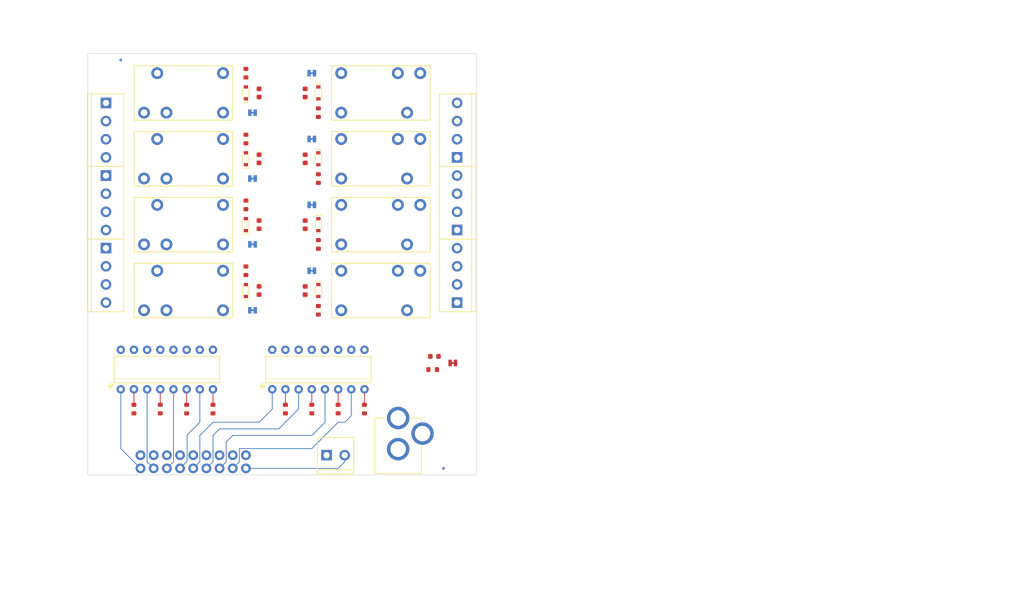
<source format=kicad_pcb>
(kicad_pcb (version 20221018) (generator pcbnew)
  (layers (0 "F.Cu" signal) (1 "In1.Cu" signal) (2 "In2.Cu" signal) (31 "B.Cu" signal) (34 "B.Paste" user) (35 "F.Paste" user) (36 "B.SilkS" user "B.Silkscreen") (37 "F.SilkS" user "F.Silkscreen") (38 "B.Mask" user) (39 "F.Mask" user) (44 "Edge.Cuts" user))
  (net 0 "")
  (net 1 "+5V")
  (net 2 "Net-(D9-K)")
  (net 3 "IN1")
  (net 4 "GND")
  (net 5 "RELAY1")
  (net 6 "Net-(D2-K)")
  (net 7 "Net-(D2-A)")
  (net 8 "RELAY2")
  (net 9 "Net-(D4-K)")
  (net 10 "Net-(D4-A)")
  (net 11 "RELAY3")
  (net 12 "Net-(D6-K)")
  (net 13 "Net-(D6-A)")
  (net 14 "RELAY4")
  (net 15 "Net-(D8-K)")
  (net 16 "Net-(D8-A)")
  (net 17 "Net-(D9-A)")
  (net 18 "RELAY5")
  (net 19 "Net-(D11-K)")
  (net 20 "Net-(D11-A)")
  (net 21 "RELAY6")
  (net 22 "Net-(D13-K)")
  (net 23 "Net-(D13-A)")
  (net 24 "RELAY7")
  (net 25 "Net-(D15-K)")
  (net 26 "Net-(D15-A)")
  (net 27 "RELAY8")
  (net 28 "Net-(D17-K)")
  (net 29 "Net-(D17-A)")
  (net 30 "IN2")
  (net 31 "IN3")
  (net 32 "IN4")
  (net 33 "IN5")
  (net 34 "IN6")
  (net 35 "IN7")
  (net 36 "IN8")
  (net 37 "NO1")
  (net 38 "COM1")
  (net 39 "NC1")
  (net 40 "NO2")
  (net 41 "COM2")
  (net 42 "NC2")
  (net 43 "NO3")
  (net 44 "COM3")
  (net 45 "NC3")
  (net 46 "NO4")
  (net 47 "COM4")
  (net 48 "NC4")
  (net 49 "NO5")
  (net 50 "COM5")
  (net 51 "NC5")
  (net 52 "NO6")
  (net 53 "COM6")
  (net 54 "NC6")
  (net 55 "NO7")
  (net 56 "COM7")
  (net 57 "NC7")
  (net 58 "NO8")
  (net 59 "COM8")
  (net 60 "NC8")
  (net 61 "Net-(R9-Pad2)")
  (net 62 "Net-(R10-Pad2)")
  (net 63 "Net-(R11-Pad2)")
  (net 64 "Net-(R12-Pad2)")
  (net 65 "Net-(R13-Pad2)")
  (net 66 "Net-(R14-Pad2)")
  (net 67 "Net-(R15-Pad2)")
  (net 68 "Net-(R16-Pad2)")
  (footprint "SparkFun-Resistor:R_0603_1608Metric" (layer "F.Cu") (at 115.57 139.7 90)
    (fp_text reference "R10")
    (fp_text value "180")
    (pad "1" smd roundrect (at -0.825 0 90) (size 0.8 0.95) (layers "F.Cu" "F.Paste" "F.Mask") (net 4 "GND"))
    (pad "2" smd roundrect (at 0.825 0 90) (size 0.8 0.95) (layers "F.Cu" "F.Paste" "F.Mask") (net 62 "Net-(R10-Pad2)"))
  )
  (footprint "SparkFun-LED:LED_0603_1608Metric" (layer "F.Cu") (at 134.62 116.84 -90)
    (fp_text reference "D6")
    (fp_text value "Green")
    (pad "1" smd roundrect (at -0.7875 0 270) (size 0.875 0.95) (layers "F.Cu" "F.Paste" "F.Mask") (net 12 "Net-(D6-K)"))
    (pad "2" smd roundrect (at 0.7875 0 270) (size 0.875 0.95) (layers "F.Cu" "F.Paste" "F.Mask") (net 13 "Net-(D6-A)"))
  )
  (footprint "SparkFun-LED:LED_0603_1608Metric" (layer "F.Cu") (at 143.51 104.14 90)
    (fp_text reference "D11")
    (fp_text value "Green")
    (pad "1" smd roundrect (at -0.7875 0 90) (size 0.875 0.95) (layers "F.Cu" "F.Paste" "F.Mask") (net 19 "Net-(D11-K)"))
    (pad "2" smd roundrect (at 0.7875 0 90) (size 0.875 0.95) (layers "F.Cu" "F.Paste" "F.Mask") (net 20 "Net-(D11-A)"))
  )
  (footprint "SparkFun-Resistor:R_0603_1608Metric" (layer "F.Cu") (at 149.86 139.7 90)
    (fp_text reference "R15")
    (fp_text value "180")
    (pad "1" smd roundrect (at -0.825 0 90) (size 0.8 0.95) (layers "F.Cu" "F.Paste" "F.Mask") (net 4 "GND"))
    (pad "2" smd roundrect (at 0.825 0 90) (size 0.8 0.95) (layers "F.Cu" "F.Paste" "F.Mask") (net 67 "Net-(R15-Pad2)"))
  )
  (footprint "SparkFun-Aesthetic:Fiducial_0.5mm_Mask1mm" (layer "F.Cu") (at 107.95 72.39)
    (fp_text reference "FID3")
    (fp_text value "Fiducial_0.5")
    (pad "" smd circle (at 0 0) (size 0.5 0.5) (layers "F.Cu" "F.Mask") (clearance 0.25))
  )
  (footprint "SparkFun-Connector:SCREWTERMINAL-3.5MM-4" (layer "F.Cu") (at 105.1 80.67 -90)
    (fp_text reference "J3")
    (fp_text value "Screw_Terminal_3.5mm_4")
    (pad "1" thru_hole rect (at 0 0 270) (size 2.032 2.032) (drill 1.2) (layers "*.Cu" "*.Mask") (net 37 "NO1"))
    (pad "2" thru_hole circle (at 3.5 0 270) (size 2.032 2.032) (drill 1.2) (layers "*.Cu" "*.Mask") (net 38 "COM1"))
    (pad "3" thru_hole circle (at 7 0 270) (size 2.032 2.032) (drill 1.2) (layers "*.Cu" "*.Mask") (net 39 "NC1"))
    (pad "4" thru_hole circle (at 10.5 0 270) (size 2.032 2.032) (drill 1.2) (layers "*.Cu" "*.Mask") (net 40 "NO2"))
  )
  (footprint "SparkFun-Resistor:R_0603_1608Metric" (layer "F.Cu") (at 132.08 87.63 -90)
    (fp_text reference "R2")
    (fp_text value "1k")
    (pad "1" smd roundrect (at -0.825 0 270) (size 0.8 0.95) (layers "F.Cu" "F.Paste" "F.Mask") (net 6 "Net-(D2-K)"))
    (pad "2" smd roundrect (at 0.825 0 270) (size 0.8 0.95) (layers "F.Cu" "F.Paste" "F.Mask") (net 8 "RELAY2"))
  )
  (footprint "SparkFun-LED:LED_0603_1608Metric" (layer "F.Cu") (at 134.62 104.14 -90)
    (fp_text reference "D4")
    (fp_text value "Green")
    (pad "1" smd roundrect (at -0.7875 0 270) (size 0.875 0.95) (layers "F.Cu" "F.Paste" "F.Mask") (net 9 "Net-(D4-K)"))
    (pad "2" smd roundrect (at 0.7875 0 270) (size 0.875 0.95) (layers "F.Cu" "F.Paste" "F.Mask") (net 10 "Net-(D4-A)"))
  )
  (footprint "SparkFun-Connector:SCREWTERMINAL-3.5MM-4" (layer "F.Cu") (at 172.8 105.17 90)
    (fp_text reference "J7")
    (fp_text value "Screw_Terminal_3.5mm_4")
    (pad "1" thru_hole rect (at 0 0 90) (size 2.032 2.032) (drill 1.2) (layers "*.Cu" "*.Mask") (net 53 "COM6"))
    (pad "2" thru_hole circle (at 3.5 0 90) (size 2.032 2.032) (drill 1.2) (layers "*.Cu" "*.Mask") (net 54 "NC6"))
    (pad "3" thru_hole circle (at 7 0 90) (size 2.032 2.032) (drill 1.2) (layers "*.Cu" "*.Mask") (net 55 "NO7"))
    (pad "4" thru_hole circle (at 10.5 0 90) (size 2.032 2.032) (drill 1.2) (layers "*.Cu" "*.Mask") (net 56 "COM7"))
  )
  (footprint "SparkFun-Semiconductor-Standard:SOD-323" (layer "F.Cu") (at 146.05 91.44 -90)
    (fp_text reference "D14")
    (fp_text value "D_Schottky_1A_23V_0.62V")
    (pad "A" smd rect (at 1.15 0 270) (size 0.63 0.83) (layers "F.Cu" "F.Paste" "F.Mask") (net 24 "RELAY7"))
    (pad "C" smd rect (at -1.15 0 270) (size 0.63 0.83) (layers "F.Cu" "F.Paste" "F.Mask") (net 1 "+5V"))
  )
  (footprint "SparkFun-Hardware:STAND-OFF" (layer "F.Cu") (at 173.99 149.86)
    (fp_text reference "ST2")
    (fp_text value "Stand_off")
    (pad "" np_thru_hole circle (at 0 0) (size 3.302 3.302) (drill 3.302) (layers "F&B.Cu" "*.Mask"))
  )
  (footprint "SparkFun-Resistor:R_0603_1608Metric" (layer "F.Cu") (at 110.49 139.7 90)
    (fp_text reference "R9")
    (fp_text value "180")
    (pad "1" smd roundrect (at -0.825 0 90) (size 0.8 0.95) (layers "F.Cu" "F.Paste" "F.Mask") (net 4 "GND"))
    (pad "2" smd roundrect (at 0.825 0 90) (size 0.8 0.95) (layers "F.Cu" "F.Paste" "F.Mask") (net 61 "Net-(R9-Pad2)"))
  )
  (footprint "SparkFun-Resistor:R_0603_1608Metric" (layer "F.Cu") (at 146.05 95.25 90)
    (fp_text reference "R7")
    (fp_text value "1k")
    (pad "1" smd roundrect (at -0.825 0 90) (size 0.8 0.95) (layers "F.Cu" "F.Paste" "F.Mask") (net 22 "Net-(D13-K)"))
    (pad "2" smd roundrect (at 0.825 0 90) (size 0.8 0.95) (layers "F.Cu" "F.Paste" "F.Mask") (net 24 "RELAY7"))
  )
  (footprint "SparkFun-Aesthetic:Ordering_Instructions" (layer "F.Cu") (at 218.5142 111.835)
    (fp_text reference "U7" hide)
    (fp_text value "~" hide)
  )
  (footprint "SparkFun-Electromechanical:RELAY-JZC-11F" (layer "F.Cu") (at 120.057 91.614 90)
    (fp_text reference "K2" hide)
    (fp_text value "~")
    (pad "1" thru_hole circle (at -3.636 7.619) (size 2.286 2.286) (drill 1.3) (layers "*.Cu" "*.Mask") (net 1 "+5V"))
    (pad "2" thru_hole circle (at 3.984 7.619) (size 2.286 2.286) (drill 1.3) (layers "*.Cu" "*.Mask") (net 8 "RELAY2"))
    (pad "3" thru_hole circle (at 3.984 -5.081) (size 2.286 2.286) (drill 1.3) (layers "*.Cu" "*.Mask") (net 41 "COM2"))
    (pad "4" thru_hole circle (at -3.636 -3.303) (size 2.286 2.286) (drill 1.3) (layers "*.Cu" "*.Mask") (net 42 "NC2"))
    (pad "5" thru_hole circle (at -3.636 -7.621) (size 2.286 2.286) (drill 1.3) (layers "*.Cu" "*.Mask") (net 40 "NO2"))
  )
  (footprint "SparkFun-Semiconductor-Standard:PDIP16" (layer "F.Cu") (at 146.05 132.08)
    (fp_text reference "U1")
    (fp_text value "TLP627-4")
    (pad "1" thru_hole circle (at -8.89 3.81 90) (size 1.6256 1.6256) (drill 0.8128) (layers "*.Cu" "*.Mask") (net 33 "IN5"))
    (pad "2" thru_hole circle (at -6.35 3.81 90) (size 1.6256 1.6256) (drill 0.8128) (layers "*.Cu" "*.Mask") (net 65 "Net-(R13-Pad2)"))
    (pad "3" thru_hole circle (at -3.81 3.81 90) (size 1.6256 1.6256) (drill 0.8128) (layers "*.Cu" "*.Mask") (net 34 "IN6"))
    (pad "4" thru_hole circle (at -1.27 3.81 90) (size 1.6256 1.6256) (drill 0.8128) (layers "*.Cu" "*.Mask") (net 66 "Net-(R14-Pad2)"))
    (pad "5" thru_hole circle (at 1.27 3.81 90) (size 1.6256 1.6256) (drill 0.8128) (layers "*.Cu" "*.Mask") (net 35 "IN7"))
    (pad "6" thru_hole circle (at 3.81 3.81 90) (size 1.6256 1.6256) (drill 0.8128) (layers "*.Cu" "*.Mask") (net 67 "Net-(R15-Pad2)"))
    (pad "7" thru_hole circle (at 6.35 3.81 90) (size 1.6256 1.6256) (drill 0.8128) (layers "*.Cu" "*.Mask") (net 36 "IN8"))
    (pad "8" thru_hole circle (at 8.89 3.81 90) (size 1.6256 1.6256) (drill 0.8128) (layers "*.Cu" "*.Mask") (net 68 "Net-(R16-Pad2)"))
    (pad "9" thru_hole circle (at 8.89 -3.81 90) (size 1.6256 1.6256) (drill 0.8128) (layers "*.Cu" "*.Mask") (net 4 "GND"))
    (pad "10" thru_hole circle (at 6.35 -3.81 90) (size 1.6256 1.6256) (drill 0.8128) (layers "*.Cu" "*.Mask") (net 27 "RELAY8"))
    (pad "11" thru_hole circle (at 3.81 -3.81 90) (size 1.6256 1.6256) (drill 0.8128) (layers "*.Cu" "*.Mask") (net 4 "GND"))
    (pad "12" thru_hole circle (at 1.27 -3.81 90) (size 1.6256 1.6256) (drill 0.8128) (layers "*.Cu" "*.Mask") (net 24 "RELAY7"))
    (pad "13" thru_hole circle (at -1.27 -3.81 90) (size 1.6256 1.6256) (drill 0.8128) (layers "*.Cu" "*.Mask") (net 4 "GND"))
    (pad "14" thru_hole circle (at -3.81 -3.81 90) (size 1.6256 1.6256) (drill 0.8128) (layers "*.Cu" "*.Mask") (net 21 "RELAY6"))
    (pad "15" thru_hole circle (at -6.35 -3.81 90) (size 1.6256 1.6256) (drill 0.8128) (layers "*.Cu" "*.Mask") (net 4 "GND"))
    (pad "16" thru_hole circle (at -8.89 -3.81 90) (size 1.6256 1.6256) (drill 0.8128) (layers "*.Cu" "*.Mask") (net 18 "RELAY5"))
  )
  (footprint "SparkFun-LED:LED_0603_1608Metric" (layer "F.Cu") (at 134.62 78.74 -90)
    (fp_text reference "D9")
    (fp_text value "Green")
    (pad "1" smd roundrect (at -0.7875 0 270) (size 0.875 0.95) (layers "F.Cu" "F.Paste" "F.Mask") (net 2 "Net-(D9-K)"))
    (pad "2" smd roundrect (at 0.7875 0 270) (size 0.875 0.95) (layers "F.Cu" "F.Paste" "F.Mask") (net 17 "Net-(D9-A)"))
  )
  (footprint "SparkFun-Resistor:R_0603_1608Metric" (layer "F.Cu") (at 125.73 139.7 90)
    (fp_text reference "R12")
    (fp_text value "180")
    (pad "1" smd roundrect (at -0.825 0 90) (size 0.8 0.95) (layers "F.Cu" "F.Paste" "F.Mask") (net 4 "GND"))
    (pad "2" smd roundrect (at 0.825 0 90) (size 0.8 0.95) (layers "F.Cu" "F.Paste" "F.Mask") (net 64 "Net-(R12-Pad2)"))
  )
  (footprint "SparkFun-Semiconductor-Standard:SOD-323" (layer "F.Cu") (at 146.05 116.84 -90)
    (fp_text reference "D10")
    (fp_text value "D_Schottky_1A_23V_0.62V")
    (pad "A" smd rect (at 1.15 0 270) (size 0.63 0.83) (layers "F.Cu" "F.Paste" "F.Mask") (net 18 "RELAY5"))
    (pad "C" smd rect (at -1.15 0 270) (size 0.63 0.83) (layers "F.Cu" "F.Paste" "F.Mask") (net 1 "+5V"))
  )
  (footprint "SparkFun-Electromechanical:RELAY-JZC-11F" (layer "F.Cu") (at 158.073 103.966 -90)
    (fp_text reference "K6" hide)
    (fp_text value "~")
    (pad "1" thru_hole circle (at -3.636 7.619 180) (size 2.286 2.286) (drill 1.3) (layers "*.Cu" "*.Mask") (net 1 "+5V"))
    (pad "2" thru_hole circle (at 3.984 7.619 180) (size 2.286 2.286) (drill 1.3) (layers "*.Cu" "*.Mask") (net 21 "RELAY6"))
    (pad "3" thru_hole circle (at 3.984 -5.081 180) (size 2.286 2.286) (drill 1.3) (layers "*.Cu" "*.Mask") (net 53 "COM6"))
    (pad "4" thru_hole circle (at -3.636 -3.303 180) (size 2.286 2.286) (drill 1.3) (layers "*.Cu" "*.Mask") (net 54 "NC6"))
    (pad "5" thru_hole circle (at -3.636 -7.621 180) (size 2.286 2.286) (drill 1.3) (layers "*.Cu" "*.Mask") (net 52 "NO6"))
  )
  (footprint "SparkFun-Electromechanical:RELAY-JZC-11F" (layer "F.Cu") (at 158.073 91.266 -90)
    (fp_text reference "K7" hide)
    (fp_text value "~")
    (pad "1" thru_hole circle (at -3.636 7.619 180) (size 2.286 2.286) (drill 1.3) (layers "*.Cu" "*.Mask") (net 1 "+5V"))
    (pad "2" thru_hole circle (at 3.984 7.619 180) (size 2.286 2.286) (drill 1.3) (layers "*.Cu" "*.Mask") (net 24 "RELAY7"))
    (pad "3" thru_hole circle (at 3.984 -5.081 180) (size 2.286 2.286) (drill 1.3) (layers "*.Cu" "*.Mask") (net 56 "COM7"))
    (pad "4" thru_hole circle (at -3.636 -3.303 180) (size 2.286 2.286) (drill 1.3) (layers "*.Cu" "*.Mask") (net 57 "NC7"))
    (pad "5" thru_hole circle (at -3.636 -7.621 180) (size 2.286 2.286) (drill 1.3) (layers "*.Cu" "*.Mask") (net 55 "NO7"))
  )
  (footprint "SparkFun-Semiconductor-Standard:SOD-323" (layer "F.Cu") (at 132.08 78.74 90)
    (fp_text reference "D1")
    (fp_text value "D_Schottky_1A_23V_0.62V")
    (pad "A" smd rect (at 1.15 0 90) (size 0.63 0.83) (layers "F.Cu" "F.Paste" "F.Mask") (net 5 "RELAY1"))
    (pad "C" smd rect (at -1.15 0 90) (size 0.63 0.83) (layers "F.Cu" "F.Paste" "F.Mask") (net 1 "+5V"))
  )
  (footprint "SparkFun-Semiconductor-Standard:SOD-323" (layer "F.Cu") (at 146.05 78.74 -90)
    (fp_text reference "D16")
    (fp_text value "D_Schottky_1A_23V_0.62V")
    (pad "A" smd rect (at 1.15 0 270) (size 0.63 0.83) (layers "F.Cu" "F.Paste" "F.Mask") (net 27 "RELAY8"))
    (pad "C" smd rect (at -1.15 0 270) (size 0.63 0.83) (layers "F.Cu" "F.Paste" "F.Mask") (net 1 "+5V"))
  )
  (footprint "SparkFun-Resistor:R_0603_1608Metric" (layer "F.Cu") (at 168.085 132.08)
    (fp_text reference "R17")
    (fp_text value "10k")
    (pad "1" smd roundrect (at -0.825 0) (size 0.8 0.95) (layers "F.Cu" "F.Paste" "F.Mask") (net 28 "Net-(D17-K)"))
    (pad "2" smd roundrect (at 0.825 0) (size 0.8 0.95) (layers "F.Cu" "F.Paste" "F.Mask") (net 4 "GND"))
  )
  (footprint "SparkFun-Electromechanical:RELAY-JZC-11F" (layer "F.Cu") (at 158.073 116.666 -90)
    (fp_text reference "K5" hide)
    (fp_text value "~")
    (pad "1" thru_hole circle (at -3.636 7.619 180) (size 2.286 2.286) (drill 1.3) (layers "*.Cu" "*.Mask") (net 1 "+5V"))
    (pad "2" thru_hole circle (at 3.984 7.619 180) (size 2.286 2.286) (drill 1.3) (layers "*.Cu" "*.Mask") (net 18 "RELAY5"))
    (pad "3" thru_hole circle (at 3.984 -5.081 180) (size 2.286 2.286) (drill 1.3) (layers "*.Cu" "*.Mask") (net 50 "COM5"))
    (pad "4" thru_hole circle (at -3.636 -3.303 180) (size 2.286 2.286) (drill 1.3) (layers "*.Cu" "*.Mask") (net 51 "NC5"))
    (pad "5" thru_hole circle (at -3.636 -7.621 180) (size 2.286 2.286) (drill 1.3) (layers "*.Cu" "*.Mask") (net 49 "NO5"))
  )
  (footprint "SparkFun-Aesthetic:Fiducial_0.5mm_Mask1mm" (layer "F.Cu") (at 170.18 151.13)
    (fp_text reference "FID4")
    (fp_text value "Fiducial_0.5")
    (pad "" smd circle (at 0 0) (size 0.5 0.5) (layers "F.Cu" "F.Mask") (clearance 0.25))
  )
  (footprint "SparkFun-Electromechanical:RELAY-JZC-11F" (layer "F.Cu") (at 120.057 117.014 90)
    (fp_text reference "K4" hide)
    (fp_text value "~")
    (pad "1" thru_hole circle (at -3.636 7.619) (size 2.286 2.286) (drill 1.3) (layers "*.Cu" "*.Mask") (net 1 "+5V"))
    (pad "2" thru_hole circle (at 3.984 7.619) (size 2.286 2.286) (drill 1.3) (layers "*.Cu" "*.Mask") (net 14 "RELAY4"))
    (pad "3" thru_hole circle (at 3.984 -5.081) (size 2.286 2.286) (drill 1.3) (layers "*.Cu" "*.Mask") (net 47 "COM4"))
    (pad "4" thru_hole circle (at -3.636 -3.303) (size 2.286 2.286) (drill 1.3) (layers "*.Cu" "*.Mask") (net 48 "NC4"))
    (pad "5" thru_hole circle (at -3.636 -7.621) (size 2.286 2.286) (drill 1.3) (layers "*.Cu" "*.Mask") (net 46 "NO4"))
  )
  (footprint "SparkFun-Semiconductor-Standard:SOD-323" (layer "F.Cu") (at 146.05 104.14 -90)
    (fp_text reference "D12")
    (fp_text value "D_Schottky_1A_23V_0.62V")
    (pad "A" smd rect (at 1.15 0 270) (size 0.63 0.83) (layers "F.Cu" "F.Paste" "F.Mask") (net 21 "RELAY6"))
    (pad "C" smd rect (at -1.15 0 270) (size 0.63 0.83) (layers "F.Cu" "F.Paste" "F.Mask") (net 1 "+5V"))
  )
  (footprint "SparkFun-Hardware:STAND-OFF" (layer "F.Cu") (at 173.99 73.66)
    (fp_text reference "ST1")
    (fp_text value "Stand_off")
    (pad "" np_thru_hole circle (at 0 0) (size 3.302 3.302) (drill 3.302) (layers "F&B.Cu" "*.Mask"))
  )
  (footprint "SparkFun-LED:LED_0603_1608Metric" (layer "F.Cu") (at 134.62 91.44 -90)
    (fp_text reference "D2")
    (fp_text value "Green")
    (pad "1" smd roundrect (at -0.7875 0 270) (size 0.875 0.95) (layers "F.Cu" "F.Paste" "F.Mask") (net 6 "Net-(D2-K)"))
    (pad "2" smd roundrect (at 0.7875 0 270) (size 0.875 0.95) (layers "F.Cu" "F.Paste" "F.Mask") (net 7 "Net-(D2-A)"))
  )
  (footprint "SparkFun-Electromechanical:RELAY-JZC-11F" (layer "F.Cu") (at 158.073 78.566 -90)
    (fp_text reference "K8" hide)
    (fp_text value "~")
    (pad "1" thru_hole circle (at -3.636 7.619 180) (size 2.286 2.286) (drill 1.3) (layers "*.Cu" "*.Mask") (net 1 "+5V"))
    (pad "2" thru_hole circle (at 3.984 7.619 180) (size 2.286 2.286) (drill 1.3) (layers "*.Cu" "*.Mask") (net 27 "RELAY8"))
    (pad "3" thru_hole circle (at 3.984 -5.081 180) (size 2.286 2.286) (drill 1.3) (layers "*.Cu" "*.Mask") (net 59 "COM8"))
    (pad "4" thru_hole circle (at -3.636 -3.303 180) (size 2.286 2.286) (drill 1.3) (layers "*.Cu" "*.Mask") (net 60 "NC8"))
    (pad "5" thru_hole circle (at -3.636 -7.621 180) (size 2.286 2.286) (drill 1.3) (layers "*.Cu" "*.Mask") (net 58 "NO8"))
  )
  (footprint "SparkFun-Resistor:R_0603_1608Metric" (layer "F.Cu") (at 144.78 139.7 90)
    (fp_text reference "R14")
    (fp_text value "180")
    (pad "1" smd roundrect (at -0.825 0 90) (size 0.8 0.95) (layers "F.Cu" "F.Paste" "F.Mask") (net 4 "GND"))
    (pad "2" smd roundrect (at 0.825 0 90) (size 0.8 0.95) (layers "F.Cu" "F.Paste" "F.Mask") (net 66 "Net-(R14-Pad2)"))
  )
  (footprint "SparkFun-Jumper:SMT-JUMPER_2_NC_TRACE_NO-SILK" (layer "F.Cu") (at 171.9707 130.81)
    (fp_text reference "JP9")
    (fp_text value "~")
    (fp_poly (pts (xy -0.25 -0.15) (xy 0.25 -0.15) (xy 0.25 0.15) (xy -0.25 0.15)) (fill solid) (layer "F.Cu"))
    (pad "1" smd rect (at -0.5207 0) (size 0.6604 1.27) (layers "F.Cu" "F.Mask") (net 29 "Net-(D17-A)"))
    (pad "2" smd rect (at 0.5207 0) (size 0.6604 1.27) (layers "F.Cu" "F.Mask") (net 1 "+5V"))
  )
  (footprint "SparkFun-Semiconductor-Standard:SOD-323" (layer "F.Cu") (at 132.08 116.84 90)
    (fp_text reference "D7")
    (fp_text value "D_Schottky_1A_23V_0.62V")
    (pad "A" smd rect (at 1.15 0 90) (size 0.63 0.83) (layers "F.Cu" "F.Paste" "F.Mask") (net 14 "RELAY4"))
    (pad "C" smd rect (at -1.15 0 90) (size 0.63 0.83) (layers "F.Cu" "F.Paste" "F.Mask") (net 1 "+5V"))
  )
  (footprint "SparkFun-Connector:1X09" (layer "F.Cu") (at 132.08 148.59 180)
    (fp_text reference "J2")
    (fp_text value "Conn_01x09")
    (pad "1" thru_hole circle (at 0 0 270) (size 1.8796 1.8796) (drill 1.016) (layers "*.Cu" "*.Mask") (net 4 "GND"))
    (pad "2" thru_hole circle (at 2.54 0 270) (size 1.8796 1.8796) (drill 1.016) (layers "*.Cu" "*.Mask") (net 4 "GND"))
    (pad "3" thru_hole circle (at 5.08 0 270) (size 1.8796 1.8796) (drill 1.016) (layers "*.Cu" "*.Mask") (net 4 "GND"))
    (pad "4" thru_hole circle (at 7.62 0 270) (size 1.8796 1.8796) (drill 1.016) (layers "*.Cu" "*.Mask") (net 4 "GND"))
    (pad "5" thru_hole circle (at 10.16 0 270) (size 1.8796 1.8796) (drill 1.016) (layers "*.Cu" "*.Mask") (net 4 "GND"))
    (pad "6" thru_hole circle (at 12.7 0 270) (size 1.8796 1.8796) (drill 1.016) (layers "*.Cu" "*.Mask") (net 4 "GND"))
    (pad "7" thru_hole circle (at 15.24 0 270) (size 1.8796 1.8796) (drill 1.016) (layers "*.Cu" "*.Mask") (net 4 "GND"))
    (pad "8" thru_hole circle (at 17.78 0 270) (size 1.8796 1.8796) (drill 1.016) (layers "*.Cu" "*.Mask") (net 4 "GND"))
    (pad "9" thru_hole circle (at 20.32 0 270) (size 1.8796 1.8796) (drill 1.016) (layers "*.Cu" "*.Mask") (net 4 "GND"))
  )
  (footprint "SparkFun-Connector:POWER_JACK_PTH" (layer "F.Cu") (at 161.4313 155.1245)
    (fp_text reference "J9")
    (fp_text value "Barrel_Jack")
    (pad "1" thru_hole circle (at 0 -13.7) (size 4.318 4.318) (drill 2.9972) (layers "*.Cu" "*.Mask") (net 1 "+5V"))
    (pad "2" thru_hole circle (at 0 -7.7) (size 4.318 4.318) (drill 2.9972) (layers "*.Cu" "*.Mask") (net 4 "GND"))
    (pad "3" thru_hole circle (at 4.7 -10.7 90) (size 4.318 4.318) (drill 2.9972) (layers "*.Cu" "*.Mask"))
  )
  (footprint "SparkFun-Resistor:R_0603_1608Metric" (layer "F.Cu") (at 120.65 139.7 90)
    (fp_text reference "R11")
    (fp_text value "180")
    (pad "1" smd roundrect (at -0.825 0 90) (size 0.8 0.95) (layers "F.Cu" "F.Paste" "F.Mask") (net 4 "GND"))
    (pad "2" smd roundrect (at 0.825 0 90) (size 0.8 0.95) (layers "F.Cu" "F.Paste" "F.Mask") (net 63 "Net-(R11-Pad2)"))
  )
  (footprint "SparkFun-Semiconductor-Standard:PDIP16" (layer "F.Cu") (at 116.84 132.08)
    (fp_text reference "U2")
    (fp_text value "TLP627-4")
    (pad "1" thru_hole circle (at -8.89 3.81 90) (size 1.6256 1.6256) (drill 0.8128) (layers "*.Cu" "*.Mask") (net 3 "IN1"))
    (pad "2" thru_hole circle (at -6.35 3.81 90) (size 1.6256 1.6256) (drill 0.8128) (layers "*.Cu" "*.Mask") (net 61 "Net-(R9-Pad2)"))
    (pad "3" thru_hole circle (at -3.81 3.81 90) (size 1.6256 1.6256) (drill 0.8128) (layers "*.Cu" "*.Mask") (net 30 "IN2"))
    (pad "4" thru_hole circle (at -1.27 3.81 90) (size 1.6256 1.6256) (drill 0.8128) (layers "*.Cu" "*.Mask") (net 62 "Net-(R10-Pad2)"))
    (pad "5" thru_hole circle (at 1.27 3.81 90) (size 1.6256 1.6256) (drill 0.8128) (layers "*.Cu" "*.Mask") (net 31 "IN3"))
    (pad "6" thru_hole circle (at 3.81 3.81 90) (size 1.6256 1.6256) (drill 0.8128) (layers "*.Cu" "*.Mask") (net 63 "Net-(R11-Pad2)"))
    (pad "7" thru_hole circle (at 6.35 3.81 90) (size 1.6256 1.6256) (drill 0.8128) (layers "*.Cu" "*.Mask") (net 32 "IN4"))
    (pad "8" thru_hole circle (at 8.89 3.81 90) (size 1.6256 1.6256) (drill 0.8128) (layers "*.Cu" "*.Mask") (net 64 "Net-(R12-Pad2)"))
    (pad "9" thru_hole circle (at 8.89 -3.81 90) (size 1.6256 1.6256) (drill 0.8128) (layers "*.Cu" "*.Mask") (net 4 "GND"))
    (pad "10" thru_hole circle (at 6.35 -3.81 90) (size 1.6256 1.6256) (drill 0.8128) (layers "*.Cu" "*.Mask") (net 14 "RELAY4"))
    (pad "11" thru_hole circle (at 3.81 -3.81 90) (size 1.6256 1.6256) (drill 0.8128) (layers "*.Cu" "*.Mask") (net 4 "GND"))
    (pad "12" thru_hole circle (at 1.27 -3.81 90) (size 1.6256 1.6256) (drill 0.8128) (layers "*.Cu" "*.Mask") (net 11 "RELAY3"))
    (pad "13" thru_hole circle (at -1.27 -3.81 90) (size 1.6256 1.6256) (drill 0.8128) (layers "*.Cu" "*.Mask") (net 4 "GND"))
    (pad "14" thru_hole circle (at -3.81 -3.81 90) (size 1.6256 1.6256) (drill 0.8128) (layers "*.Cu" "*.Mask") (net 8 "RELAY2"))
    (pad "15" thru_hole circle (at -6.35 -3.81 90) (size 1.6256 1.6256) (drill 0.8128) (layers "*.Cu" "*.Mask") (net 4 "GND"))
    (pad "16" thru_hole circle (at -8.89 -3.81 90) (size 1.6256 1.6256) (drill 0.8128) (layers "*.Cu" "*.Mask") (net 5 "RELAY1"))
  )
  (footprint "SparkFun-LED:LED_0603_1608Metric" (layer "F.Cu") (at 168.4275 129.54)
    (fp_text reference "D17")
    (fp_text value "Red")
    (pad "1" smd roundrect (at -0.7875 0) (size 0.875 0.95) (layers "F.Cu" "F.Paste" "F.Mask") (net 28 "Net-(D17-K)"))
    (pad "2" smd roundrect (at 0.7875 0) (size 0.875 0.95) (layers "F.Cu" "F.Paste" "F.Mask") (net 29 "Net-(D17-A)"))
  )
  (footprint "SparkFun-Connector:SCREWTERMINAL-3.5MM-4" (layer "F.Cu") (at 105.1 108.67 -90)
    (fp_text reference "J5")
    (fp_text value "Screw_Terminal_3.5mm_4")
    (pad "1" thru_hole rect (at 0 0 270) (size 2.032 2.032) (drill 1.2) (layers "*.Cu" "*.Mask") (net 45 "NC3"))
    (pad "2" thru_hole circle (at 3.5 0 270) (size 2.032 2.032) (drill 1.2) (layers "*.Cu" "*.Mask") (net 46 "NO4"))
    (pad "3" thru_hole circle (at 7 0 270) (size 2.032 2.032) (drill 1.2) (layers "*.Cu" "*.Mask") (net 47 "COM4"))
    (pad "4" thru_hole circle (at 10.5 0 270) (size 2.032 2.032) (drill 1.2) (layers "*.Cu" "*.Mask") (net 48 "NC4"))
  )
  (footprint "SparkFun-Connector:1X09" (layer "F.Cu") (at 132.08 151.13 180)
    (fp_text reference "J1")
    (fp_text value "Conn_01x09")
    (pad "1" thru_hole circle (at 0 0 270) (size 1.8796 1.8796) (drill 1.016) (layers "*.Cu" "*.Mask") (net 1 "+5V"))
    (pad "2" thru_hole circle (at 2.54 0 270) (size 1.8796 1.8796) (drill 1.016) (layers "*.Cu" "*.Mask") (net 36 "IN8"))
    (pad "3" thru_hole circle (at 5.08 0 270) (size 1.8796 1.8796) (drill 1.016) (layers "*.Cu" "*.Mask") (net 35 "IN7"))
    (pad "4" thru_hole circle (at 7.62 0 270) (size 1.8796 1.8796) (drill 1.016) (layers "*.Cu" "*.Mask") (net 34 "IN6"))
    (pad "5" thru_hole circle (at 10.16 0 270) (size 1.8796 1.8796) (drill 1.016) (layers "*.Cu" "*.Mask") (net 33 "IN5"))
    (pad "6" thru_hole circle (at 12.7 0 270) (size 1.8796 1.8796) (drill 1.016) (layers "*.Cu" "*.Mask") (net 32 "IN4"))
    (pad "7" thru_hole circle (at 15.24 0 270) (size 1.8796 1.8796) (drill 1.016) (layers "*.Cu" "*.Mask") (net 31 "IN3"))
    (pad "8" thru_hole circle (at 17.78 0 270) (size 1.8796 1.8796) (drill 1.016) (layers "*.Cu" "*.Mask") (net 30 "IN2"))
    (pad "9" thru_hole circle (at 20.32 0 270) (size 1.8796 1.8796) (drill 1.016) (layers "*.Cu" "*.Mask") (net 3 "IN1"))
  )
  (footprint "SparkFun-Resistor:R_0603_1608Metric" (layer "F.Cu") (at 132.08 100.33 -90)
    (fp_text reference "R3")
    (fp_text value "1k")
    (pad "1" smd roundrect (at -0.825 0 270) (size 0.8 0.95) (layers "F.Cu" "F.Paste" "F.Mask") (net 9 "Net-(D4-K)"))
    (pad "2" smd roundrect (at 0.825 0 270) (size 0.8 0.95) (layers "F.Cu" "F.Paste" "F.Mask") (net 11 "RELAY3"))
  )
  (footprint "SparkFun-Resistor:R_0603_1608Metric" (layer "F.Cu") (at 132.08 113.03 -90)
    (fp_text reference "R4")
    (fp_text value "1k")
    (pad "1" smd roundrect (at -0.825 0 270) (size 0.8 0.95) (layers "F.Cu" "F.Paste" "F.Mask") (net 12 "Net-(D6-K)"))
    (pad "2" smd roundrect (at 0.825 0 270) (size 0.8 0.95) (layers "F.Cu" "F.Paste" "F.Mask") (net 14 "RELAY4"))
  )
  (footprint "SparkFun-Connector:SCREWTERMINAL-3.5MM-2" (layer "F.Cu") (at 147.63 148.59)
    (fp_text reference "J10")
    (fp_text value "Screw_Terminal_3.5mm_2")
    (pad "1" thru_hole rect (at 0 0) (size 2.032 2.032) (drill 1.2) (layers "*.Cu" "*.Mask") (net 4 "GND"))
    (pad "2" thru_hole circle (at 3.5 0) (size 2.032 2.032) (drill 1.2) (layers "*.Cu" "*.Mask") (net 1 "+5V"))
  )
  (footprint "SparkFun-LED:LED_0603_1608Metric" (layer "F.Cu") (at 143.51 116.84 90)
    (fp_text reference "D8")
    (fp_text value "Green")
    (pad "1" smd roundrect (at -0.7875 0 90) (size 0.875 0.95) (layers "F.Cu" "F.Paste" "F.Mask") (net 15 "Net-(D8-K)"))
    (pad "2" smd roundrect (at 0.7875 0 90) (size 0.875 0.95) (layers "F.Cu" "F.Paste" "F.Mask") (net 16 "Net-(D8-A)"))
  )
  (footprint "SparkFun-LED:LED_0603_1608Metric" (layer "F.Cu") (at 143.51 91.44 90)
    (fp_text reference "D13")
    (fp_text value "Green")
    (pad "1" smd roundrect (at -0.7875 0 90) (size 0.875 0.95) (layers "F.Cu" "F.Paste" "F.Mask") (net 22 "Net-(D13-K)"))
    (pad "2" smd roundrect (at 0.7875 0 90) (size 0.875 0.95) (layers "F.Cu" "F.Paste" "F.Mask") (net 23 "Net-(D13-A)"))
  )
  (footprint "SparkFun-Semiconductor-Standard:SOD-323" (layer "F.Cu") (at 132.08 104.14 90)
    (fp_text reference "D5")
    (fp_text value "D_Schottky_1A_23V_0.62V")
    (pad "A" smd rect (at 1.15 0 90) (size 0.63 0.83) (layers "F.Cu" "F.Paste" "F.Mask") (net 11 "RELAY3"))
    (pad "C" smd rect (at -1.15 0 90) (size 0.63 0.83) (layers "F.Cu" "F.Paste" "F.Mask") (net 1 "+5V"))
  )
  (footprint "SparkFun-Electromechanical:RELAY-JZC-11F" (layer "F.Cu") (at 120.057 78.914 90)
    (fp_text reference "K1" hide)
    (fp_text value "~")
    (pad "1" thru_hole circle (at -3.636 7.619) (size 2.286 2.286) (drill 1.3) (layers "*.Cu" "*.Mask") (net 1 "+5V"))
    (pad "2" thru_hole circle (at 3.984 7.619) (size 2.286 2.286) (drill 1.3) (layers "*.Cu" "*.Mask") (net 5 "RELAY1"))
    (pad "3" thru_hole circle (at 3.984 -5.081) (size 2.286 2.286) (drill 1.3) (layers "*.Cu" "*.Mask") (net 38 "COM1"))
    (pad "4" thru_hole circle (at -3.636 -3.303) (size 2.286 2.286) (drill 1.3) (layers "*.Cu" "*.Mask") (net 39 "NC1"))
    (pad "5" thru_hole circle (at -3.636 -7.621) (size 2.286 2.286) (drill 1.3) (layers "*.Cu" "*.Mask") (net 37 "NO1"))
  )
  (footprint "SparkFun-Resistor:R_0603_1608Metric" (layer "F.Cu") (at 146.05 107.95 90)
    (fp_text reference "R6")
    (fp_text value "1k")
    (pad "1" smd roundrect (at -0.825 0 90) (size 0.8 0.95) (layers "F.Cu" "F.Paste" "F.Mask") (net 19 "Net-(D11-K)"))
    (pad "2" smd roundrect (at 0.825 0 90) (size 0.8 0.95) (layers "F.Cu" "F.Paste" "F.Mask") (net 21 "RELAY6"))
  )
  (footprint "SparkFun-Hardware:STAND-OFF" (layer "F.Cu") (at 104.14 73.66)
    (fp_text reference "ST3")
    (fp_text value "Stand_off")
    (pad "" np_thru_hole circle (at 0 0) (size 3.302 3.302) (drill 3.302) (layers "F&B.Cu" "*.Mask"))
  )
  (footprint "SparkFun-Connector:SCREWTERMINAL-3.5MM-4" (layer "F.Cu") (at 172.8 119.17 90)
    (fp_text reference "J6")
    (fp_text value "Screw_Terminal_3.5mm_4")
    (pad "1" thru_hole rect (at 0 0 90) (size 2.032 2.032) (drill 1.2) (layers "*.Cu" "*.Mask") (net 49 "NO5"))
    (pad "2" thru_hole circle (at 3.5 0 90) (size 2.032 2.032) (drill 1.2) (layers "*.Cu" "*.Mask") (net 50 "COM5"))
    (pad "3" thru_hole circle (at 7 0 90) (size 2.032 2.032) (drill 1.2) (layers "*.Cu" "*.Mask") (net 51 "NC5"))
    (pad "4" thru_hole circle (at 10.5 0 90) (size 2.032 2.032) (drill 1.2) (layers "*.Cu" "*.Mask") (net 52 "NO6"))
  )
  (footprint "SparkFun-Resistor:R_0603_1608Metric" (layer "F.Cu") (at 146.05 120.65 90)
    (fp_text reference "R5")
    (fp_text value "1k")
    (pad "1" smd roundrect (at -0.825 0 90) (size 0.8 0.95) (layers "F.Cu" "F.Paste" "F.Mask") (net 15 "Net-(D8-K)"))
    (pad "2" smd roundrect (at 0.825 0 90) (size 0.8 0.95) (layers "F.Cu" "F.Paste" "F.Mask") (net 18 "RELAY5"))
  )
  (footprint "SparkFun-Resistor:R_0603_1608Metric" (layer "F.Cu") (at 154.94 139.7 90)
    (fp_text reference "R16")
    (fp_text value "180")
    (pad "1" smd roundrect (at -0.825 0 90) (size 0.8 0.95) (layers "F.Cu" "F.Paste" "F.Mask") (net 4 "GND"))
    (pad "2" smd roundrect (at 0.825 0 90) (size 0.8 0.95) (layers "F.Cu" "F.Paste" "F.Mask") (net 68 "Net-(R16-Pad2)"))
  )
  (footprint "SparkFun-Electromechanical:RELAY-JZC-11F" (layer "F.Cu") (at 120.057 104.314 90)
    (fp_text reference "K3" hide)
    (fp_text value "~")
    (pad "1" thru_hole circle (at -3.636 7.619) (size 2.286 2.286) (drill 1.3) (layers "*.Cu" "*.Mask") (net 1 "+5V"))
    (pad "2" thru_hole circle (at 3.984 7.619) (size 2.286 2.286) (drill 1.3) (layers "*.Cu" "*.Mask") (net 11 "RELAY3"))
    (pad "3" thru_hole circle (at 3.984 -5.081) (size 2.286 2.286) (drill 1.3) (layers "*.Cu" "*.Mask") (net 44 "COM3"))
    (pad "4" thru_hole circle (at -3.636 -3.303) (size 2.286 2.286) (drill 1.3) (layers "*.Cu" "*.Mask") (net 45 "NC3"))
    (pad "5" thru_hole circle (at -3.636 -7.621) (size 2.286 2.286) (drill 1.3) (layers "*.Cu" "*.Mask") (net 43 "NO3"))
  )
  (footprint "SparkFun-Aesthetic:Creative_Commons_License" (layer "F.Cu") (at 229.87 173.99)
    (fp_text reference "G1" hide)
    (fp_text value "OSHW_Logo" hide)
  )
  (footprint "SparkFun-Resistor:R_0603_1608Metric" (layer "F.Cu") (at 146.05 82.55 90)
    (fp_text reference "R8")
    (fp_text value "1k")
    (pad "1" smd roundrect (at -0.825 0 90) (size 0.8 0.95) (layers "F.Cu" "F.Paste" "F.Mask") (net 25 "Net-(D15-K)"))
    (pad "2" smd roundrect (at 0.825 0 90) (size 0.8 0.95) (layers "F.Cu" "F.Paste" "F.Mask") (net 27 "RELAY8"))
  )
  (footprint "SparkFun-Resistor:R_0603_1608Metric" (layer "F.Cu") (at 139.7 139.7 90)
    (fp_text reference "R13")
    (fp_text value "180")
    (pad "1" smd roundrect (at -0.825 0 90) (size 0.8 0.95) (layers "F.Cu" "F.Paste" "F.Mask") (net 4 "GND"))
    (pad "2" smd roundrect (at 0.825 0 90) (size 0.8 0.95) (layers "F.Cu" "F.Paste" "F.Mask") (net 65 "Net-(R13-Pad2)"))
  )
  (footprint "SparkFun-Connector:SCREWTERMINAL-3.5MM-4" (layer "F.Cu") (at 172.8 91.17 90)
    (fp_text reference "J8")
    (fp_text value "Screw_Terminal_3.5mm_4")
    (pad "1" thru_hole rect (at 0 0 90) (size 2.032 2.032) (drill 1.2) (layers "*.Cu" "*.Mask") (net 57 "NC7"))
    (pad "2" thru_hole circle (at 3.5 0 90) (size 2.032 2.032) (drill 1.2) (layers "*.Cu" "*.Mask") (net 58 "NO8"))
    (pad "3" thru_hole circle (at 7 0 90) (size 2.032 2.032) (drill 1.2) (layers "*.Cu" "*.Mask") (net 59 "COM8"))
    (pad "4" thru_hole circle (at 10.5 0 90) (size 2.032 2.032) (drill 1.2) (layers "*.Cu" "*.Mask") (net 60 "NC8"))
  )
  (footprint "SparkFun-Semiconductor-Standard:SOD-323" (layer "F.Cu") (at 132.08 91.44 90)
    (fp_text reference "D3")
    (fp_text value "D_Schottky_1A_23V_0.62V")
    (pad "A" smd rect (at 1.15 0 90) (size 0.63 0.83) (layers "F.Cu" "F.Paste" "F.Mask") (net 8 "RELAY2"))
    (pad "C" smd rect (at -1.15 0 90) (size 0.63 0.83) (layers "F.Cu" "F.Paste" "F.Mask") (net 1 "+5V"))
  )
  (footprint "SparkFun-Resistor:R_0603_1608Metric" (layer "F.Cu") (at 132.08 74.93 -90)
    (fp_text reference "R1")
    (fp_text value "1k")
    (pad "1" smd roundrect (at -0.825 0 270) (size 0.8 0.95) (layers "F.Cu" "F.Paste" "F.Mask") (net 2 "Net-(D9-K)"))
    (pad "2" smd roundrect (at 0.825 0 270) (size 0.8 0.95) (layers "F.Cu" "F.Paste" "F.Mask") (net 5 "RELAY1"))
  )
  (footprint "SparkFun-Connector:SCREWTERMINAL-3.5MM-4" (layer "F.Cu") (at 105.1 94.67 -90)
    (fp_text reference "J4")
    (fp_text value "Screw_Terminal_3.5mm_4")
    (pad "1" thru_hole rect (at 0 0 270) (size 2.032 2.032) (drill 1.2) (layers "*.Cu" "*.Mask") (net 41 "COM2"))
    (pad "2" thru_hole circle (at 3.5 0 270) (size 2.032 2.032) (drill 1.2) (layers "*.Cu" "*.Mask") (net 42 "NC2"))
    (pad "3" thru_hole circle (at 7 0 270) (size 2.032 2.032) (drill 1.2) (layers "*.Cu" "*.Mask") (net 43 "NO3"))
    (pad "4" thru_hole circle (at 10.5 0 270) (size 2.032 2.032) (drill 1.2) (layers "*.Cu" "*.Mask") (net 44 "COM3"))
  )
  (footprint "SparkFun-LED:LED_0603_1608Metric" (layer "F.Cu") (at 143.51 78.74 90)
    (fp_text reference "D15")
    (fp_text value "Green")
    (pad "1" smd roundrect (at -0.7875 0 90) (size 0.875 0.95) (layers "F.Cu" "F.Paste" "F.Mask") (net 25 "Net-(D15-K)"))
    (pad "2" smd roundrect (at 0.7875 0 90) (size 0.875 0.95) (layers "F.Cu" "F.Paste" "F.Mask") (net 26 "Net-(D15-A)"))
  )
  (footprint "SparkFun-Hardware:STAND-OFF" (layer "F.Cu") (at 104.14 149.86)
    (fp_text reference "ST4")
    (fp_text value "Stand_off")
    (pad "" np_thru_hole circle (at 0 0) (size 3.302 3.302) (drill 3.302) (layers "F&B.Cu" "*.Mask"))
  )
  (footprint "SparkFun-Jumper:SMT-JUMPER_2_NC_TRACE_NO-SILK" (layer "B.Cu") (at 133.35 120.65 180)
    (fp_text reference "JP4")
    (fp_text value "~")
    (fp_poly (pts (xy -0.25 0.15) (xy 0.25 0.15) (xy 0.25 -0.15) (xy -0.25 -0.15)) (fill solid) (layer "B.Cu"))
    (pad "1" smd rect (at -0.5207 0 180) (size 0.6604 1.27) (layers "B.Cu" "B.Mask") (net 13 "Net-(D6-A)"))
    (pad "2" smd rect (at 0.5207 0 180) (size 0.6604 1.27) (layers "B.Cu" "B.Mask") (net 1 "+5V"))
  )
  (footprint "SparkFun-Jumper:SMT-JUMPER_2_NC_TRACE_NO-SILK" (layer "B.Cu") (at 144.78 100.33)
    (fp_text reference "JP6")
    (fp_text value "~")
    (fp_poly (pts (xy -0.25 0.15) (xy 0.25 0.15) (xy 0.25 -0.15) (xy -0.25 -0.15)) (fill solid) (layer "B.Cu"))
    (pad "1" smd rect (at -0.5207 0) (size 0.6604 1.27) (layers "B.Cu" "B.Mask") (net 20 "Net-(D11-A)"))
    (pad "2" smd rect (at 0.5207 0) (size 0.6604 1.27) (layers "B.Cu" "B.Mask") (net 1 "+5V"))
  )
  (footprint "SparkFun-Aesthetic:Fiducial_0.5mm_Mask1mm" (layer "B.Cu") (at 107.95 72.39 180)
    (fp_text reference "FID2")
    (fp_text value "Fiducial_0.5")
    (pad "" smd circle (at 0 0 180) (size 0.5 0.5) (layers "B.Cu" "B.Mask") (clearance 0.25))
  )
  (footprint "SparkFun-Aesthetic:Fiducial_0.5mm_Mask1mm" (layer "B.Cu") (at 170.18 151.13 180)
    (fp_text reference "FID1")
    (fp_text value "Fiducial_0.5")
    (pad "" smd circle (at 0 0 180) (size 0.5 0.5) (layers "B.Cu" "B.Mask") (clearance 0.25))
  )
  (footprint "SparkFun-Jumper:SMT-JUMPER_2_NC_TRACE_NO-SILK" (layer "B.Cu") (at 144.78 74.93)
    (fp_text reference "JP8")
    (fp_text value "~")
    (fp_poly (pts (xy -0.25 0.15) (xy 0.25 0.15) (xy 0.25 -0.15) (xy -0.25 -0.15)) (fill solid) (layer "B.Cu"))
    (pad "1" smd rect (at -0.5207 0) (size 0.6604 1.27) (layers "B.Cu" "B.Mask") (net 26 "Net-(D15-A)"))
    (pad "2" smd rect (at 0.5207 0) (size 0.6604 1.27) (layers "B.Cu" "B.Mask") (net 1 "+5V"))
  )
  (footprint "SparkFun-Jumper:SMT-JUMPER_2_NC_TRACE_NO-SILK" (layer "B.Cu") (at 144.78 87.63)
    (fp_text reference "JP7")
    (fp_text value "~")
    (fp_poly (pts (xy -0.25 0.15) (xy 0.25 0.15) (xy 0.25 -0.15) (xy -0.25 -0.15)) (fill solid) (layer "B.Cu"))
    (pad "1" smd rect (at -0.5207 0) (size 0.6604 1.27) (layers "B.Cu" "B.Mask") (net 23 "Net-(D13-A)"))
    (pad "2" smd rect (at 0.5207 0) (size 0.6604 1.27) (layers "B.Cu" "B.Mask") (net 1 "+5V"))
  )
  (footprint "SparkFun-Jumper:SMT-JUMPER_2_NC_TRACE_NO-SILK" (layer "B.Cu") (at 133.35 107.95 180)
    (fp_text reference "JP3")
    (fp_text value "~")
    (fp_poly (pts (xy -0.25 0.15) (xy 0.25 0.15) (xy 0.25 -0.15) (xy -0.25 -0.15)) (fill solid) (layer "B.Cu"))
    (pad "1" smd rect (at -0.5207 0 180) (size 0.6604 1.27) (layers "B.Cu" "B.Mask") (net 10 "Net-(D4-A)"))
    (pad "2" smd rect (at 0.5207 0 180) (size 0.6604 1.27) (layers "B.Cu" "B.Mask") (net 1 "+5V"))
  )
  (footprint "SparkFun-Jumper:SMT-JUMPER_2_NC_TRACE_NO-SILK" (layer "B.Cu") (at 144.78 113.03)
    (fp_text reference "JP5")
    (fp_text value "~")
    (fp_poly (pts (xy -0.25 0.15) (xy 0.25 0.15) (xy 0.25 -0.15) (xy -0.25 -0.15)) (fill solid) (layer "B.Cu"))
    (pad "1" smd rect (at -0.5207 0) (size 0.6604 1.27) (layers "B.Cu" "B.Mask") (net 16 "Net-(D8-A)"))
    (pad "2" smd rect (at 0.5207 0) (size 0.6604 1.27) (layers "B.Cu" "B.Mask") (net 1 "+5V"))
  )
  (footprint "SparkFun-Jumper:SMT-JUMPER_2_NC_TRACE_NO-SILK" (layer "B.Cu") (at 133.35 82.55 180)
    (fp_text reference "JP1")
    (fp_text value "~")
    (fp_poly (pts (xy -0.25 0.15) (xy 0.25 0.15) (xy 0.25 -0.15) (xy -0.25 -0.15)) (fill solid) (layer "B.Cu"))
    (pad "1" smd rect (at -0.5207 0 180) (size 0.6604 1.27) (layers "B.Cu" "B.Mask") (net 17 "Net-(D9-A)"))
    (pad "2" smd rect (at 0.5207 0 180) (size 0.6604 1.27) (layers "B.Cu" "B.Mask") (net 1 "+5V"))
  )
  (footprint "SparkFun-Jumper:SMT-JUMPER_2_NC_TRACE_NO-SILK" (layer "B.Cu") (at 133.35 95.25 180)
    (fp_text reference "JP2")
    (fp_text value "~")
    (fp_poly (pts (xy -0.25 0.15) (xy 0.25 0.15) (xy 0.25 -0.15) (xy -0.25 -0.15)) (fill solid) (layer "B.Cu"))
    (pad "1" smd rect (at -0.5207 0 180) (size 0.6604 1.27) (layers "B.Cu" "B.Mask") (net 7 "Net-(D2-A)"))
    (pad "2" smd rect (at 0.5207 0 180) (size 0.6604 1.27) (layers "B.Cu" "B.Mask") (net 1 "+5V"))
  )
  (gr_poly (pts (xy 101.6 152.4) (xy 101.6 71.12) (xy 176.53 71.12) (xy 176.53 133.604) (xy 176.53 141.986) (xy 176.53 152.4)) (stroke (width 0.1)) (fill none) (layer "Edge.Cuts"))
  (segment (start 132.08 151.13) (end 149.86 151.13) (width 0.1524) (layer "B.Cu") (net 1))
  (segment (start 149.86 151.13) (end 151.13 149.86) (width 0.1524) (layer "B.Cu") (net 1))
  (segment (start 151.13 149.86) (end 151.13 148.59) (width 0.1524) (layer "B.Cu") (net 1))
  (segment (start 111.76 151.13) (end 107.95 147.32) (width 0.1524) (layer "B.Cu") (net 3))
  (segment (start 107.95 147.32) (end 107.95 135.89) (width 0.1524) (layer "B.Cu") (net 3))
  (segment (start 114.3 151.13) (end 113.03 149.86) (width 0.1524) (layer "B.Cu") (net 30))
  (segment (start 113.03 149.86) (end 113.03 135.89) (width 0.1524) (layer "B.Cu") (net 30))
  (segment (start 116.84 151.13) (end 118.11 149.86) (width 0.1524) (layer "B.Cu") (net 31))
  (segment (start 118.11 149.86) (end 118.11 135.89) (width 0.1524) (layer "B.Cu") (net 31))
  (segment (start 120.7516 149.7584) (end 120.7516 144.6784) (width 0.1524) (layer "B.Cu") (net 32))
  (segment (start 119.38 151.13) (end 120.7516 149.7584) (width 0.1524) (layer "B.Cu") (net 32))
  (segment (start 120.7516 144.6784) (end 123.19 142.24) (width 0.1524) (layer "B.Cu") (net 32))
  (segment (start 123.19 142.24) (end 123.19 135.89) (width 0.1524) (layer "B.Cu") (net 32))
  (segment (start 121.92 151.13) (end 123.19 149.86) (width 0.1524) (layer "B.Cu") (net 33))
  (segment (start 123.19 144.78) (end 125.73 142.24) (width 0.1524) (layer "B.Cu") (net 33))
  (segment (start 137.16 139.7) (end 137.16 135.89) (width 0.1524) (layer "B.Cu") (net 33))
  (segment (start 123.19 149.86) (end 123.19 144.78) (width 0.1524) (layer "B.Cu") (net 33))
  (segment (start 125.73 142.24) (end 134.62 142.24) (width 0.1524) (layer "B.Cu") (net 33))
  (segment (start 134.62 142.24) (end 137.16 139.7) (width 0.1524) (layer "B.Cu") (net 33))
  (segment (start 125.73 149.86) (end 125.73 144.78) (width 0.1524) (layer "B.Cu") (net 34))
  (segment (start 142.24 139.7) (end 142.24 135.89) (width 0.1524) (layer "B.Cu") (net 34))
  (segment (start 138.43 143.51) (end 142.24 139.7) (width 0.1524) (layer "B.Cu") (net 34))
  (segment (start 124.46 151.13) (end 125.73 149.86) (width 0.1524) (layer "B.Cu") (net 34))
  (segment (start 127 143.51) (end 138.43 143.51) (width 0.1524) (layer "B.Cu") (net 34))
  (segment (start 125.73 144.78) (end 127 143.51) (width 0.1524) (layer "B.Cu") (net 34))
  (segment (start 129.54 144.78) (end 144.78 144.78) (width 0.1524) (layer "B.Cu") (net 35))
  (segment (start 127 151.13) (end 128.27 149.86) (width 0.1524) (layer "B.Cu") (net 35))
  (segment (start 144.78 144.78) (end 147.32 142.24) (width 0.1524) (layer "B.Cu") (net 35))
  (segment (start 128.27 146.05) (end 129.54 144.78) (width 0.1524) (layer "B.Cu") (net 35))
  (segment (start 147.32 142.24) (end 147.32 135.89) (width 0.1524) (layer "B.Cu") (net 35))
  (segment (start 128.27 149.86) (end 128.27 146.05) (width 0.1524) (layer "B.Cu") (net 35))
  (segment (start 149.86 142.24) (end 151.13 142.24) (width 0.1524) (layer "B.Cu") (net 36))
  (segment (start 144.78 147.32) (end 149.86 142.24) (width 0.1524) (layer "B.Cu") (net 36))
  (segment (start 152.4 140.97) (end 152.4 135.89) (width 0.1524) (layer "B.Cu") (net 36))
  (segment (start 130.81 149.86) (end 130.81 147.32) (width 0.1524) (layer "B.Cu") (net 36))
  (segment (start 130.81 147.32) (end 144.78 147.32) (width 0.1524) (layer "B.Cu") (net 36))
  (segment (start 151.13 142.24) (end 152.4 140.97) (width 0.1524) (layer "B.Cu") (net 36))
  (segment (start 129.54 151.13) (end 130.81 149.86) (width 0.1524) (layer "B.Cu") (net 36))
  (segment (start 110.49 135.89) (end 110.49 138.875) (width 0.1524) (layer "F.Cu") (net 61))
  (segment (start 115.57 135.89) (end 115.57 138.875) (width 0.1524) (layer "F.Cu") (net 62))
  (segment (start 120.65 135.89) (end 120.65 138.875) (width 0.1524) (layer "F.Cu") (net 63))
  (segment (start 125.73 135.89) (end 125.73 138.875) (width 0.1524) (layer "F.Cu") (net 64))
  (segment (start 139.7 135.89) (end 139.7 138.875) (width 0.1524) (layer "F.Cu") (net 65))
  (segment (start 144.78 135.89) (end 144.78 138.875) (width 0.1524) (layer "F.Cu") (net 66))
  (segment (start 149.86 135.89) (end 149.86 138.875) (width 0.1524) (layer "F.Cu") (net 67))
  (segment (start 154.94 135.89) (end 154.94 138.875) (width 0.1524) (layer "F.Cu") (net 68))
)
</source>
